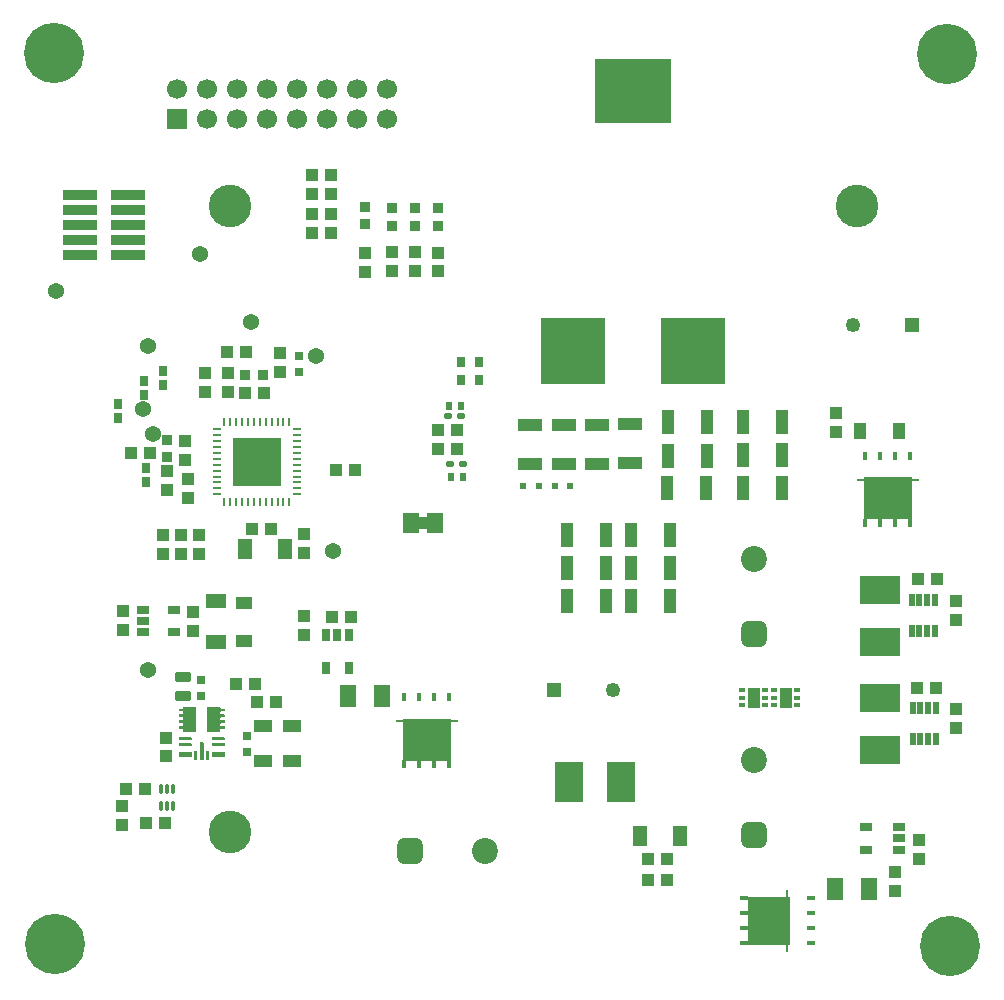
<source format=gts>
G04*
G04 #@! TF.GenerationSoftware,Altium Limited,Altium Designer,23.1.1 (15)*
G04*
G04 Layer_Color=8388736*
%FSLAX44Y44*%
%MOMM*%
G71*
G04*
G04 #@! TF.SameCoordinates,9C76BA79-DA27-457B-B569-9ED225C8ECFE*
G04*
G04*
G04 #@! TF.FilePolarity,Negative*
G04*
G01*
G75*
G04:AMPARAMS|DCode=32|XSize=0.25mm|YSize=0.555mm|CornerRadius=0.05mm|HoleSize=0mm|Usage=FLASHONLY|Rotation=270.000|XOffset=0mm|YOffset=0mm|HoleType=Round|Shape=RoundedRectangle|*
%AMROUNDEDRECTD32*
21,1,0.2500,0.4550,0,0,270.0*
21,1,0.1500,0.5550,0,0,270.0*
1,1,0.1000,-0.2275,-0.0750*
1,1,0.1000,-0.2275,0.0750*
1,1,0.1000,0.2275,0.0750*
1,1,0.1000,0.2275,-0.0750*
%
%ADD32ROUNDEDRECTD32*%
G04:AMPARAMS|DCode=34|XSize=0.25mm|YSize=0.555mm|CornerRadius=0.05mm|HoleSize=0mm|Usage=FLASHONLY|Rotation=180.000|XOffset=0mm|YOffset=0mm|HoleType=Round|Shape=RoundedRectangle|*
%AMROUNDEDRECTD34*
21,1,0.2500,0.4550,0,0,180.0*
21,1,0.1500,0.5550,0,0,180.0*
1,1,0.1000,-0.0750,0.2275*
1,1,0.1000,0.0750,0.2275*
1,1,0.1000,0.0750,-0.2275*
1,1,0.1000,-0.0750,-0.2275*
%
%ADD34ROUNDEDRECTD34*%
G04:AMPARAMS|DCode=41|XSize=1.1mm|YSize=2.05mm|CornerRadius=0.0495mm|HoleSize=0mm|Usage=FLASHONLY|Rotation=270.000|XOffset=0mm|YOffset=0mm|HoleType=Round|Shape=RoundedRectangle|*
%AMROUNDEDRECTD41*
21,1,1.1000,1.9510,0,0,270.0*
21,1,1.0010,2.0500,0,0,270.0*
1,1,0.0990,-0.9755,-0.5005*
1,1,0.0990,-0.9755,0.5005*
1,1,0.0990,0.9755,0.5005*
1,1,0.0990,0.9755,-0.5005*
%
%ADD41ROUNDEDRECTD41*%
G04:AMPARAMS|DCode=42|XSize=1.1mm|YSize=2.05mm|CornerRadius=0.0495mm|HoleSize=0mm|Usage=FLASHONLY|Rotation=0.000|XOffset=0mm|YOffset=0mm|HoleType=Round|Shape=RoundedRectangle|*
%AMROUNDEDRECTD42*
21,1,1.1000,1.9510,0,0,0.0*
21,1,1.0010,2.0500,0,0,0.0*
1,1,0.0990,0.5005,-0.9755*
1,1,0.0990,-0.5005,-0.9755*
1,1,0.0990,-0.5005,0.9755*
1,1,0.0990,0.5005,0.9755*
%
%ADD42ROUNDEDRECTD42*%
G04:AMPARAMS|DCode=43|XSize=0.6mm|YSize=0.24mm|CornerRadius=0.0504mm|HoleSize=0mm|Usage=FLASHONLY|Rotation=90.000|XOffset=0mm|YOffset=0mm|HoleType=Round|Shape=RoundedRectangle|*
%AMROUNDEDRECTD43*
21,1,0.6000,0.1392,0,0,90.0*
21,1,0.4992,0.2400,0,0,90.0*
1,1,0.1008,0.0696,0.2496*
1,1,0.1008,0.0696,-0.2496*
1,1,0.1008,-0.0696,-0.2496*
1,1,0.1008,-0.0696,0.2496*
%
%ADD43ROUNDEDRECTD43*%
G04:AMPARAMS|DCode=44|XSize=0.24mm|YSize=0.6mm|CornerRadius=0.0504mm|HoleSize=0mm|Usage=FLASHONLY|Rotation=90.000|XOffset=0mm|YOffset=0mm|HoleType=Round|Shape=RoundedRectangle|*
%AMROUNDEDRECTD44*
21,1,0.2400,0.4992,0,0,90.0*
21,1,0.1392,0.6000,0,0,90.0*
1,1,0.1008,0.2496,0.0696*
1,1,0.1008,0.2496,-0.0696*
1,1,0.1008,-0.2496,-0.0696*
1,1,0.1008,-0.2496,0.0696*
%
%ADD44ROUNDEDRECTD44*%
G04:AMPARAMS|DCode=46|XSize=2.38mm|YSize=3.45mm|CornerRadius=0.0476mm|HoleSize=0mm|Usage=FLASHONLY|Rotation=0.000|XOffset=0mm|YOffset=0mm|HoleType=Round|Shape=RoundedRectangle|*
%AMROUNDEDRECTD46*
21,1,2.3800,3.3548,0,0,0.0*
21,1,2.2848,3.4500,0,0,0.0*
1,1,0.0952,1.1424,-1.6774*
1,1,0.0952,-1.1424,-1.6774*
1,1,0.0952,-1.1424,1.6774*
1,1,0.0952,1.1424,1.6774*
%
%ADD46ROUNDEDRECTD46*%
G04:AMPARAMS|DCode=47|XSize=2.38mm|YSize=3.45mm|CornerRadius=0.0476mm|HoleSize=0mm|Usage=FLASHONLY|Rotation=270.000|XOffset=0mm|YOffset=0mm|HoleType=Round|Shape=RoundedRectangle|*
%AMROUNDEDRECTD47*
21,1,2.3800,3.3548,0,0,270.0*
21,1,2.2848,3.4500,0,0,270.0*
1,1,0.0952,-1.6774,-1.1424*
1,1,0.0952,-1.6774,1.1424*
1,1,0.0952,1.6774,1.1424*
1,1,0.0952,1.6774,-1.1424*
%
%ADD47ROUNDEDRECTD47*%
G04:AMPARAMS|DCode=48|XSize=1.05mm|YSize=0.45mm|CornerRadius=0.0495mm|HoleSize=0mm|Usage=FLASHONLY|Rotation=90.000|XOffset=0mm|YOffset=0mm|HoleType=Round|Shape=RoundedRectangle|*
%AMROUNDEDRECTD48*
21,1,1.0500,0.3510,0,0,90.0*
21,1,0.9510,0.4500,0,0,90.0*
1,1,0.0990,0.1755,0.4755*
1,1,0.0990,0.1755,-0.4755*
1,1,0.0990,-0.1755,-0.4755*
1,1,0.0990,-0.1755,0.4755*
%
%ADD48ROUNDEDRECTD48*%
G04:AMPARAMS|DCode=57|XSize=0.76mm|YSize=0.41mm|CornerRadius=0.0495mm|HoleSize=0mm|Usage=FLASHONLY|Rotation=270.000|XOffset=0mm|YOffset=0mm|HoleType=Round|Shape=RoundedRectangle|*
%AMROUNDEDRECTD57*
21,1,0.7600,0.3111,0,0,270.0*
21,1,0.6611,0.4100,0,0,270.0*
1,1,0.0989,-0.1556,-0.3306*
1,1,0.0989,-0.1556,0.3306*
1,1,0.0989,0.1556,0.3306*
1,1,0.0989,0.1556,-0.3306*
%
%ADD57ROUNDEDRECTD57*%
G04:AMPARAMS|DCode=58|XSize=0.76mm|YSize=0.41mm|CornerRadius=0.0495mm|HoleSize=0mm|Usage=FLASHONLY|Rotation=180.000|XOffset=0mm|YOffset=0mm|HoleType=Round|Shape=RoundedRectangle|*
%AMROUNDEDRECTD58*
21,1,0.7600,0.3111,0,0,180.0*
21,1,0.6611,0.4100,0,0,180.0*
1,1,0.0989,-0.3306,0.1556*
1,1,0.0989,0.3306,0.1556*
1,1,0.0989,0.3306,-0.1556*
1,1,0.0989,-0.3306,-0.1556*
%
%ADD58ROUNDEDRECTD58*%
G04:AMPARAMS|DCode=59|XSize=0.75mm|YSize=0.9mm|CornerRadius=0.0488mm|HoleSize=0mm|Usage=FLASHONLY|Rotation=180.000|XOffset=0mm|YOffset=0mm|HoleType=Round|Shape=RoundedRectangle|*
%AMROUNDEDRECTD59*
21,1,0.7500,0.8025,0,0,180.0*
21,1,0.6525,0.9000,0,0,180.0*
1,1,0.0975,-0.3263,0.4013*
1,1,0.0975,0.3263,0.4013*
1,1,0.0975,0.3263,-0.4013*
1,1,0.0975,-0.3263,-0.4013*
%
%ADD59ROUNDEDRECTD59*%
G04:AMPARAMS|DCode=60|XSize=0.6mm|YSize=0.5mm|CornerRadius=0.05mm|HoleSize=0mm|Usage=FLASHONLY|Rotation=0.000|XOffset=0mm|YOffset=0mm|HoleType=Round|Shape=RoundedRectangle|*
%AMROUNDEDRECTD60*
21,1,0.6000,0.4000,0,0,0.0*
21,1,0.5000,0.5000,0,0,0.0*
1,1,0.1000,0.2500,-0.2000*
1,1,0.1000,-0.2500,-0.2000*
1,1,0.1000,-0.2500,0.2000*
1,1,0.1000,0.2500,0.2000*
%
%ADD60ROUNDEDRECTD60*%
G04:AMPARAMS|DCode=61|XSize=0.8mm|YSize=0.9mm|CornerRadius=0.052mm|HoleSize=0mm|Usage=FLASHONLY|Rotation=90.000|XOffset=0mm|YOffset=0mm|HoleType=Round|Shape=RoundedRectangle|*
%AMROUNDEDRECTD61*
21,1,0.8000,0.7960,0,0,90.0*
21,1,0.6960,0.9000,0,0,90.0*
1,1,0.1040,0.3980,0.3480*
1,1,0.1040,0.3980,-0.3480*
1,1,0.1040,-0.3980,-0.3480*
1,1,0.1040,-0.3980,0.3480*
%
%ADD61ROUNDEDRECTD61*%
G04:AMPARAMS|DCode=62|XSize=0.8mm|YSize=0.9mm|CornerRadius=0.052mm|HoleSize=0mm|Usage=FLASHONLY|Rotation=0.000|XOffset=0mm|YOffset=0mm|HoleType=Round|Shape=RoundedRectangle|*
%AMROUNDEDRECTD62*
21,1,0.8000,0.7960,0,0,0.0*
21,1,0.6960,0.9000,0,0,0.0*
1,1,0.1040,0.3480,-0.3980*
1,1,0.1040,-0.3480,-0.3980*
1,1,0.1040,-0.3480,0.3980*
1,1,0.1040,0.3480,0.3980*
%
%ADD62ROUNDEDRECTD62*%
G04:AMPARAMS|DCode=63|XSize=0.65mm|YSize=0.7mm|CornerRadius=0.0488mm|HoleSize=0mm|Usage=FLASHONLY|Rotation=90.000|XOffset=0mm|YOffset=0mm|HoleType=Round|Shape=RoundedRectangle|*
%AMROUNDEDRECTD63*
21,1,0.6500,0.6025,0,0,90.0*
21,1,0.5525,0.7000,0,0,90.0*
1,1,0.0975,0.3013,0.2763*
1,1,0.0975,0.3013,-0.2763*
1,1,0.0975,-0.3013,-0.2763*
1,1,0.0975,-0.3013,0.2763*
%
%ADD63ROUNDEDRECTD63*%
G04:AMPARAMS|DCode=64|XSize=0.825mm|YSize=1.325mm|CornerRadius=0.0495mm|HoleSize=0mm|Usage=FLASHONLY|Rotation=90.000|XOffset=0mm|YOffset=0mm|HoleType=Round|Shape=RoundedRectangle|*
%AMROUNDEDRECTD64*
21,1,0.8250,1.2260,0,0,90.0*
21,1,0.7260,1.3250,0,0,90.0*
1,1,0.0990,0.6130,0.3630*
1,1,0.0990,0.6130,-0.3630*
1,1,0.0990,-0.6130,-0.3630*
1,1,0.0990,-0.6130,0.3630*
%
%ADD64ROUNDEDRECTD64*%
G04:AMPARAMS|DCode=65|XSize=1.1mm|YSize=0.6mm|CornerRadius=0.051mm|HoleSize=0mm|Usage=FLASHONLY|Rotation=0.000|XOffset=0mm|YOffset=0mm|HoleType=Round|Shape=RoundedRectangle|*
%AMROUNDEDRECTD65*
21,1,1.1000,0.4980,0,0,0.0*
21,1,0.9980,0.6000,0,0,0.0*
1,1,0.1020,0.4990,-0.2490*
1,1,0.1020,-0.4990,-0.2490*
1,1,0.1020,-0.4990,0.2490*
1,1,0.1020,0.4990,0.2490*
%
%ADD65ROUNDEDRECTD65*%
G04:AMPARAMS|DCode=68|XSize=1mm|YSize=1.6mm|CornerRadius=0.05mm|HoleSize=0mm|Usage=FLASHONLY|Rotation=90.000|XOffset=0mm|YOffset=0mm|HoleType=Round|Shape=RoundedRectangle|*
%AMROUNDEDRECTD68*
21,1,1.0000,1.5000,0,0,90.0*
21,1,0.9000,1.6000,0,0,90.0*
1,1,0.1000,0.7500,0.4500*
1,1,0.1000,0.7500,-0.4500*
1,1,0.1000,-0.7500,-0.4500*
1,1,0.1000,-0.7500,0.4500*
%
%ADD68ROUNDEDRECTD68*%
G04:AMPARAMS|DCode=70|XSize=3.58mm|YSize=4mm|CornerRadius=0.0537mm|HoleSize=0mm|Usage=FLASHONLY|Rotation=270.000|XOffset=0mm|YOffset=0mm|HoleType=Round|Shape=RoundedRectangle|*
%AMROUNDEDRECTD70*
21,1,3.5800,3.8926,0,0,270.0*
21,1,3.4726,4.0000,0,0,270.0*
1,1,0.1074,-1.9463,-1.7363*
1,1,0.1074,-1.9463,1.7363*
1,1,0.1074,1.9463,1.7363*
1,1,0.1074,1.9463,-1.7363*
%
%ADD70ROUNDEDRECTD70*%
G04:AMPARAMS|DCode=71|XSize=3.58mm|YSize=4mm|CornerRadius=0.0537mm|HoleSize=0mm|Usage=FLASHONLY|Rotation=180.000|XOffset=0mm|YOffset=0mm|HoleType=Round|Shape=RoundedRectangle|*
%AMROUNDEDRECTD71*
21,1,3.5800,3.8926,0,0,180.0*
21,1,3.4726,4.0000,0,0,180.0*
1,1,0.1074,-1.7363,1.9463*
1,1,0.1074,1.7363,1.9463*
1,1,0.1074,1.7363,-1.9463*
1,1,0.1074,-1.7363,-1.9463*
%
%ADD71ROUNDEDRECTD71*%
%ADD72R,0.7620X1.0160*%
%ADD73R,0.1800X0.2500*%
%ADD74R,0.2500X0.1800*%
%ADD75R,6.4500X5.3800*%
%ADD76R,5.4300X5.6900*%
%ADD77R,1.0500X1.1000*%
G04:AMPARAMS|DCode=78|XSize=0.4mm|YSize=0.77mm|CornerRadius=0.0995mm|HoleSize=0mm|Usage=FLASHONLY|Rotation=0.000|XOffset=0mm|YOffset=0mm|HoleType=Round|Shape=RoundedRectangle|*
%AMROUNDEDRECTD78*
21,1,0.4000,0.5710,0,0,0.0*
21,1,0.2010,0.7700,0,0,0.0*
1,1,0.1990,0.1005,-0.2855*
1,1,0.1990,-0.1005,-0.2855*
1,1,0.1990,-0.1005,0.2855*
1,1,0.1990,0.1005,0.2855*
%
%ADD78ROUNDEDRECTD78*%
%ADD79R,1.1000X1.0500*%
G04:AMPARAMS|DCode=80|XSize=4.1mm|YSize=4.1mm|CornerRadius=0.041mm|HoleSize=0mm|Usage=FLASHONLY|Rotation=90.000|XOffset=0mm|YOffset=0mm|HoleType=Round|Shape=RoundedRectangle|*
%AMROUNDEDRECTD80*
21,1,4.1000,4.0180,0,0,90.0*
21,1,4.0180,4.1000,0,0,90.0*
1,1,0.0820,2.0090,2.0090*
1,1,0.0820,2.0090,-2.0090*
1,1,0.0820,-2.0090,-2.0090*
1,1,0.0820,-2.0090,2.0090*
%
%ADD80ROUNDEDRECTD80*%
G04:AMPARAMS|DCode=81|XSize=0.4mm|YSize=0.55mm|CornerRadius=0.0995mm|HoleSize=0mm|Usage=FLASHONLY|Rotation=90.000|XOffset=0mm|YOffset=0mm|HoleType=Round|Shape=RoundedRectangle|*
%AMROUNDEDRECTD81*
21,1,0.4000,0.3510,0,0,90.0*
21,1,0.2010,0.5500,0,0,90.0*
1,1,0.1990,0.1755,0.1005*
1,1,0.1990,0.1755,-0.1005*
1,1,0.1990,-0.1755,-0.1005*
1,1,0.1990,-0.1755,0.1005*
%
%ADD81ROUNDEDRECTD81*%
G04:AMPARAMS|DCode=82|XSize=1.1mm|YSize=1.7mm|CornerRadius=0.1mm|HoleSize=0mm|Usage=FLASHONLY|Rotation=0.000|XOffset=0mm|YOffset=0mm|HoleType=Round|Shape=RoundedRectangle|*
%AMROUNDEDRECTD82*
21,1,1.1000,1.5000,0,0,0.0*
21,1,0.9000,1.7000,0,0,0.0*
1,1,0.2000,0.4500,-0.7500*
1,1,0.2000,-0.4500,-0.7500*
1,1,0.2000,-0.4500,0.7500*
1,1,0.2000,0.4500,0.7500*
%
%ADD82ROUNDEDRECTD82*%
G04:AMPARAMS|DCode=83|XSize=0.7mm|YSize=1.1mm|CornerRadius=0.101mm|HoleSize=0mm|Usage=FLASHONLY|Rotation=0.000|XOffset=0mm|YOffset=0mm|HoleType=Round|Shape=RoundedRectangle|*
%AMROUNDEDRECTD83*
21,1,0.7000,0.8980,0,0,0.0*
21,1,0.4980,1.1000,0,0,0.0*
1,1,0.2020,0.2490,-0.4490*
1,1,0.2020,-0.2490,-0.4490*
1,1,0.2020,-0.2490,0.4490*
1,1,0.2020,0.2490,0.4490*
%
%ADD83ROUNDEDRECTD83*%
%ADD84R,0.4810X0.7096*%
%ADD85R,1.2000X1.7000*%
G04:AMPARAMS|DCode=86|XSize=0.7mm|YSize=1.1mm|CornerRadius=0.101mm|HoleSize=0mm|Usage=FLASHONLY|Rotation=270.000|XOffset=0mm|YOffset=0mm|HoleType=Round|Shape=RoundedRectangle|*
%AMROUNDEDRECTD86*
21,1,0.7000,0.8980,0,0,270.0*
21,1,0.4980,1.1000,0,0,270.0*
1,1,0.2020,-0.4490,-0.2490*
1,1,0.2020,-0.4490,0.2490*
1,1,0.2020,0.4490,0.2490*
1,1,0.2020,0.4490,-0.2490*
%
%ADD86ROUNDEDRECTD86*%
%ADD87R,1.4000X1.9500*%
%ADD88R,0.7000X0.9000*%
%ADD89R,2.8900X0.8400*%
%ADD90R,1.3700X1.7002*%
%ADD91R,1.0150X1.3200*%
%ADD92R,1.3200X1.0150*%
%ADD93R,1.7000X1.2000*%
%ADD94R,0.9000X0.9000*%
%ADD95R,1.7000X1.7000*%
%ADD96C,1.7000*%
G04:AMPARAMS|DCode=97|XSize=1.25mm|YSize=1.25mm|CornerRadius=0.05mm|HoleSize=0mm|Usage=FLASHONLY|Rotation=0.000|XOffset=0mm|YOffset=0mm|HoleType=Round|Shape=RoundedRectangle|*
%AMROUNDEDRECTD97*
21,1,1.2500,1.1500,0,0,0.0*
21,1,1.1500,1.2500,0,0,0.0*
1,1,0.1000,0.5750,-0.5750*
1,1,0.1000,-0.5750,-0.5750*
1,1,0.1000,-0.5750,0.5750*
1,1,0.1000,0.5750,0.5750*
%
%ADD97ROUNDEDRECTD97*%
%ADD98C,1.2500*%
G04:AMPARAMS|DCode=99|XSize=2.2mm|YSize=2.2mm|CornerRadius=0.575mm|HoleSize=0mm|Usage=FLASHONLY|Rotation=90.000|XOffset=0mm|YOffset=0mm|HoleType=Round|Shape=RoundedRectangle|*
%AMROUNDEDRECTD99*
21,1,2.2000,1.0500,0,0,90.0*
21,1,1.0500,2.2000,0,0,90.0*
1,1,1.1500,0.5250,0.5250*
1,1,1.1500,0.5250,-0.5250*
1,1,1.1500,-0.5250,-0.5250*
1,1,1.1500,-0.5250,0.5250*
%
%ADD99ROUNDEDRECTD99*%
%ADD100C,2.2000*%
%ADD101C,5.1000*%
G04:AMPARAMS|DCode=102|XSize=2.2mm|YSize=2.2mm|CornerRadius=0.575mm|HoleSize=0mm|Usage=FLASHONLY|Rotation=0.000|XOffset=0mm|YOffset=0mm|HoleType=Round|Shape=RoundedRectangle|*
%AMROUNDEDRECTD102*
21,1,2.2000,1.0500,0,0,0.0*
21,1,1.0500,2.2000,0,0,0.0*
1,1,1.1500,0.5250,-0.5250*
1,1,1.1500,-0.5250,-0.5250*
1,1,1.1500,-0.5250,0.5250*
1,1,1.1500,0.5250,0.5250*
%
%ADD102ROUNDEDRECTD102*%
%ADD103C,0.6080*%
%ADD104C,1.3700*%
%ADD105C,3.6080*%
G36*
X154656Y220998D02*
X154796Y220857D01*
X154872Y220673D01*
X154872Y220574D01*
X154872D01*
X154872Y201074D01*
Y200974D01*
X154796Y200790D01*
X154656Y200650D01*
X154472Y200574D01*
X154372Y200574D01*
X144122Y200574D01*
X144023Y200574D01*
X143839Y200650D01*
X143699Y200790D01*
X143622Y200974D01*
X143622Y201073D01*
Y201073D01*
X143622Y202074D01*
X143613Y202171D01*
X143538Y202351D01*
X143400Y202489D01*
X143220Y202564D01*
X143122Y202574D01*
X143122Y202574D01*
X140372D01*
X140273Y202574D01*
X140089Y202650D01*
X139948Y202790D01*
X139872Y202974D01*
Y203074D01*
Y203074D01*
X139872Y204574D01*
Y204673D01*
X139949Y204857D01*
X140089Y204998D01*
X140273Y205074D01*
X140372D01*
X140372Y205074D01*
X143122Y205074D01*
X143220Y205083D01*
X143400Y205158D01*
X143538Y205296D01*
X143613Y205476D01*
X143622Y205574D01*
X143622Y205574D01*
X143622Y207074D01*
X143613Y207171D01*
X143538Y207351D01*
X143400Y207489D01*
X143220Y207564D01*
X143122Y207574D01*
X143122Y207574D01*
X140372D01*
X140273Y207574D01*
X140089Y207650D01*
X139948Y207790D01*
X139872Y207974D01*
X139872Y208074D01*
X139872Y209574D01*
Y209673D01*
X139948Y209857D01*
X140089Y209998D01*
X140273Y210074D01*
X140372D01*
X140372Y210074D01*
X143122D01*
X143220Y210083D01*
X143400Y210158D01*
X143538Y210296D01*
X143613Y210476D01*
X143622Y210574D01*
X143622Y212074D01*
X143613Y212171D01*
X143538Y212351D01*
X143400Y212489D01*
X143220Y212564D01*
X143122Y212574D01*
X140372D01*
X140273Y212574D01*
X140089Y212650D01*
X139948Y212790D01*
X139872Y212974D01*
X139872Y213074D01*
X139872Y214574D01*
X139872Y214673D01*
X139948Y214857D01*
X140089Y214998D01*
X140273Y215074D01*
X140372Y215074D01*
X140372Y215074D01*
X143122Y215074D01*
X143220Y215083D01*
X143400Y215158D01*
X143538Y215296D01*
X143613Y215476D01*
X143622Y215574D01*
X143622Y215574D01*
X143622Y217074D01*
X143613Y217171D01*
X143538Y217351D01*
X143400Y217489D01*
X143220Y217564D01*
X143122Y217574D01*
X143122Y217574D01*
X140372D01*
X140273Y217574D01*
X140089Y217650D01*
X139948Y217790D01*
X139872Y217974D01*
X139872Y218074D01*
X139872Y219574D01*
Y219673D01*
X139948Y219857D01*
X140089Y219998D01*
X140273Y220074D01*
X140372D01*
X140372Y220074D01*
X143122D01*
X143220Y220083D01*
X143400Y220158D01*
X143538Y220296D01*
X143613Y220476D01*
X143622Y220574D01*
X143622Y220574D01*
Y220673D01*
X143698Y220857D01*
X143839Y220998D01*
X144023Y221074D01*
X144122D01*
X144122Y221074D01*
X154372Y221074D01*
X154472Y221074D01*
X154656Y220998D01*
D02*
G37*
G36*
X174622Y221074D02*
X174722D01*
X174905Y220998D01*
X175046Y220857D01*
X175122Y220673D01*
X175122Y220574D01*
Y220574D01*
X175132Y220476D01*
X175207Y220296D01*
X175345Y220158D01*
X175525Y220083D01*
X175622Y220074D01*
X178372D01*
X178372Y220074D01*
X178472Y220074D01*
X178655Y219998D01*
X178796Y219857D01*
X178872Y219673D01*
X178872Y219574D01*
X178872Y218074D01*
X178872D01*
X178872Y217974D01*
X178796Y217790D01*
X178655Y217650D01*
X178472Y217574D01*
X178372Y217574D01*
X175622D01*
Y217574D01*
X175525Y217564D01*
X175345Y217489D01*
X175207Y217351D01*
X175132Y217171D01*
X175122Y217074D01*
Y215574D01*
Y215574D01*
X175132Y215476D01*
X175207Y215296D01*
X175345Y215158D01*
X175525Y215083D01*
X175622Y215074D01*
X178372D01*
Y215074D01*
X178472Y215074D01*
X178655Y214998D01*
X178796Y214857D01*
X178872Y214673D01*
X178872Y214574D01*
X178872Y213074D01*
X178872D01*
X178872Y212974D01*
X178796Y212790D01*
X178655Y212650D01*
X178472Y212574D01*
X178372Y212574D01*
X175622D01*
X175525Y212564D01*
X175345Y212489D01*
X175207Y212351D01*
X175132Y212171D01*
X175122Y212074D01*
Y210574D01*
X175132Y210476D01*
X175207Y210296D01*
X175345Y210158D01*
X175525Y210083D01*
X175622Y210074D01*
X178372Y210074D01*
X178372Y210074D01*
X178472Y210074D01*
X178655Y209998D01*
X178796Y209857D01*
X178872Y209673D01*
X178872Y209574D01*
X178872Y208074D01*
X178872D01*
X178872Y207974D01*
X178796Y207790D01*
X178655Y207650D01*
X178472Y207574D01*
X178372Y207574D01*
X175622D01*
Y207574D01*
X175525Y207564D01*
X175345Y207489D01*
X175207Y207351D01*
X175132Y207171D01*
X175122Y207074D01*
X175122Y205574D01*
X175132Y205476D01*
X175207Y205296D01*
X175345Y205158D01*
X175525Y205083D01*
X175622Y205074D01*
X178372Y205074D01*
X178372Y205074D01*
X178472D01*
X178655Y204998D01*
X178796Y204857D01*
X178872Y204673D01*
Y204574D01*
X178872Y203074D01*
X178872D01*
Y202974D01*
X178796Y202790D01*
X178655Y202650D01*
X178472Y202574D01*
X178372Y202574D01*
X175622Y202574D01*
Y202574D01*
X175525Y202564D01*
X175345Y202489D01*
X175207Y202351D01*
X175132Y202171D01*
X175122Y202074D01*
X175122Y201073D01*
X175122Y201073D01*
X175122Y200974D01*
X175046Y200790D01*
X174905Y200650D01*
X174722Y200574D01*
X174622D01*
X164372Y200574D01*
X164273Y200574D01*
X164089Y200650D01*
X163948Y200790D01*
X163872Y200974D01*
Y201074D01*
X163872Y220574D01*
X163872D01*
X163872Y220673D01*
X163948Y220857D01*
X164089Y220998D01*
X164273Y221074D01*
X164372D01*
X174622Y221074D01*
Y221074D01*
D02*
G37*
G36*
X178655Y195497D02*
X178796Y195357D01*
X178872Y195173D01*
Y195074D01*
Y193574D01*
Y193474D01*
X178796Y193290D01*
X178655Y193150D01*
X178472Y193074D01*
X168273D01*
X168089Y193150D01*
X167948Y193290D01*
X167872Y193474D01*
Y193574D01*
X167872D01*
Y195074D01*
Y195173D01*
X167948Y195357D01*
X168089Y195497D01*
X168273Y195574D01*
X178472D01*
X178655Y195497D01*
D02*
G37*
G36*
X150655D02*
X150796Y195357D01*
X150872Y195173D01*
Y195074D01*
X150872Y193574D01*
Y193474D01*
X150796Y193290D01*
X150655Y193150D01*
X150472Y193074D01*
X140273D01*
X140089Y193150D01*
X139948Y193290D01*
X139872Y193474D01*
Y193574D01*
Y195074D01*
Y195173D01*
X139948Y195357D01*
X140089Y195497D01*
X140273Y195574D01*
X150472D01*
X150655Y195497D01*
D02*
G37*
G36*
X178655Y190497D02*
X178796Y190357D01*
X178872Y190173D01*
Y190074D01*
X178872D01*
X178872Y188574D01*
Y188474D01*
X178796Y188290D01*
X178655Y188150D01*
X178472Y188074D01*
X178372D01*
Y188074D01*
X168372Y188074D01*
X168273D01*
X168089Y188150D01*
X167948Y188290D01*
X167872Y188474D01*
Y188574D01*
Y190074D01*
Y190173D01*
X167948Y190357D01*
X168089Y190497D01*
X168273Y190574D01*
X178472D01*
X178655Y190497D01*
D02*
G37*
G36*
X150655D02*
X150796Y190357D01*
X150872Y190173D01*
Y190074D01*
Y188574D01*
Y188474D01*
X150796Y188290D01*
X150655Y188150D01*
X150472Y188074D01*
X150372D01*
Y188074D01*
X140372Y188074D01*
X140273D01*
X140089Y188150D01*
X139948Y188290D01*
X139872Y188474D01*
Y188574D01*
X139872D01*
X139872Y190074D01*
Y190173D01*
X139948Y190357D01*
X140089Y190497D01*
X140273Y190574D01*
X150472D01*
X150655Y190497D01*
D02*
G37*
G36*
X178655Y183002D02*
X178796Y182862D01*
X178872Y182678D01*
Y182579D01*
X178872D01*
X178872Y179829D01*
Y179729D01*
X178796Y179545D01*
X178655Y179405D01*
X178472Y179329D01*
X168273D01*
X168089Y179405D01*
X167948Y179545D01*
X167872Y179729D01*
Y179829D01*
Y182579D01*
Y182678D01*
X167948Y182862D01*
X168089Y183002D01*
X168273Y183079D01*
X178472D01*
X178655Y183002D01*
D02*
G37*
G36*
X150655D02*
X150796Y182862D01*
X150872Y182678D01*
Y182579D01*
Y179829D01*
Y179729D01*
X150796Y179545D01*
X150655Y179405D01*
X150472Y179329D01*
X140273D01*
X140089Y179405D01*
X139948Y179545D01*
X139872Y179729D01*
Y179829D01*
X139872D01*
X139872Y182579D01*
Y182678D01*
X139948Y182862D01*
X140089Y183002D01*
X140273Y183079D01*
X150472D01*
X150655Y183002D01*
D02*
G37*
G36*
X160655Y191502D02*
X160796Y191362D01*
X160872Y191178D01*
Y191079D01*
Y176829D01*
Y176729D01*
X160796Y176545D01*
X160655Y176405D01*
X160472Y176329D01*
X158273D01*
X158089Y176405D01*
X157948Y176545D01*
X157872Y176729D01*
Y176829D01*
Y191079D01*
Y191178D01*
X157948Y191362D01*
X158089Y191502D01*
X158273Y191579D01*
X160472D01*
X160655Y191502D01*
D02*
G37*
G36*
X155406Y184247D02*
X155546Y184107D01*
X155622Y183923D01*
Y183824D01*
Y176824D01*
Y176724D01*
X155546Y176540D01*
X155406Y176400D01*
X155222Y176324D01*
X153523D01*
X153339Y176400D01*
X153198Y176540D01*
X153122Y176724D01*
Y176824D01*
Y183824D01*
X153122Y183923D01*
X153198Y184107D01*
X153339Y184247D01*
X153523Y184324D01*
X155222D01*
X155406Y184247D01*
D02*
G37*
G36*
X165406D02*
X165546Y184107D01*
X165622Y183923D01*
Y183824D01*
Y176824D01*
Y176724D01*
X165546Y176540D01*
X165406Y176400D01*
X165222Y176324D01*
X165122D01*
Y176324D01*
X163622Y176324D01*
X163523D01*
X163339Y176400D01*
X163198Y176540D01*
X163122Y176724D01*
Y176824D01*
Y183824D01*
Y183923D01*
X163198Y184107D01*
X163339Y184247D01*
X163523Y184324D01*
X165222D01*
X165406Y184247D01*
D02*
G37*
%LPC*%
G36*
X154372Y200574D02*
X154372D01*
D01*
X154372D01*
D02*
G37*
%LPD*%
D32*
X763723Y413802D02*
D03*
X716273D02*
D03*
X373716Y209628D02*
D03*
X326265D02*
D03*
D34*
X655051Y64268D02*
D03*
Y16818D02*
D03*
D41*
X522007Y427763D02*
D03*
Y460763D02*
D03*
X436954Y427489D02*
D03*
Y460489D02*
D03*
X494207Y427489D02*
D03*
Y460489D02*
D03*
X465771D02*
D03*
Y427489D02*
D03*
D42*
X501477Y310699D02*
D03*
X468477D02*
D03*
X650412Y434659D02*
D03*
X617412D02*
D03*
X650412Y463007D02*
D03*
X617412D02*
D03*
X650412Y407033D02*
D03*
X617412D02*
D03*
X553938Y462572D02*
D03*
X586938D02*
D03*
X553938Y434291D02*
D03*
X586938D02*
D03*
X553449Y406986D02*
D03*
X586449D02*
D03*
X556007Y367078D02*
D03*
X523007D02*
D03*
X468477Y366824D02*
D03*
X501477D02*
D03*
X523007Y338930D02*
D03*
X556007D02*
D03*
X468477Y338677D02*
D03*
X501478D02*
D03*
X523007Y310699D02*
D03*
X556007D02*
D03*
D43*
X178528Y394971D02*
D03*
X183528D02*
D03*
X188528D02*
D03*
X193528D02*
D03*
X198528D02*
D03*
X203528D02*
D03*
X208528D02*
D03*
X213528D02*
D03*
X218528D02*
D03*
X223528D02*
D03*
X228528D02*
D03*
X233528D02*
D03*
Y462970D02*
D03*
X228528D02*
D03*
X223528D02*
D03*
X218528D02*
D03*
X213528D02*
D03*
X208528D02*
D03*
X203528D02*
D03*
X198528D02*
D03*
X193528D02*
D03*
X188528D02*
D03*
X183528D02*
D03*
X178528D02*
D03*
D44*
X240028Y401470D02*
D03*
Y406471D02*
D03*
Y411470D02*
D03*
Y416471D02*
D03*
Y421470D02*
D03*
Y426471D02*
D03*
Y431471D02*
D03*
Y436471D02*
D03*
Y441471D02*
D03*
Y446471D02*
D03*
Y451471D02*
D03*
Y456471D02*
D03*
X172028D02*
D03*
Y451471D02*
D03*
Y446471D02*
D03*
Y441471D02*
D03*
Y436471D02*
D03*
Y431471D02*
D03*
Y426471D02*
D03*
Y421470D02*
D03*
Y416471D02*
D03*
Y411470D02*
D03*
Y406471D02*
D03*
Y401470D02*
D03*
D46*
X514327Y158066D02*
D03*
X470127D02*
D03*
D47*
X733312Y276283D02*
D03*
Y320483D02*
D03*
Y229351D02*
D03*
Y185151D02*
D03*
D48*
X760492Y311812D02*
D03*
X766992D02*
D03*
X773492D02*
D03*
X779991D02*
D03*
Y285812D02*
D03*
X773492D02*
D03*
X766992D02*
D03*
X760492D02*
D03*
X761356Y220522D02*
D03*
X767855D02*
D03*
X774356D02*
D03*
X780856D02*
D03*
Y194522D02*
D03*
X774356D02*
D03*
X767855D02*
D03*
X761356D02*
D03*
D57*
X759048Y433702D02*
D03*
X746348D02*
D03*
X733648D02*
D03*
X759048Y377302D02*
D03*
X746348D02*
D03*
X733648D02*
D03*
X720948D02*
D03*
Y433702D02*
D03*
X369041Y173128D02*
D03*
X356341D02*
D03*
X343641D02*
D03*
X330941D02*
D03*
Y229528D02*
D03*
X369041D02*
D03*
X356341D02*
D03*
X343641D02*
D03*
D58*
X674951Y59593D02*
D03*
X618550D02*
D03*
Y46893D02*
D03*
Y34193D02*
D03*
Y21493D02*
D03*
X674951Y46893D02*
D03*
Y34193D02*
D03*
Y21493D02*
D03*
D59*
X394491Y513164D02*
D03*
X378992D02*
D03*
Y497817D02*
D03*
X394491D02*
D03*
D60*
X367788Y467892D02*
D03*
X378788D02*
D03*
X369562Y426927D02*
D03*
X380562D02*
D03*
D61*
X130129Y432830D02*
D03*
Y447830D02*
D03*
D62*
X196247Y502554D02*
D03*
X211248D02*
D03*
D63*
X241694Y505194D02*
D03*
Y518694D02*
D03*
X197264Y196932D02*
D03*
Y183432D02*
D03*
X159122Y244059D02*
D03*
Y230558D02*
D03*
D64*
X143521Y246732D02*
D03*
Y230732D02*
D03*
D65*
X110027Y303774D02*
D03*
Y294274D02*
D03*
Y284774D02*
D03*
X136026D02*
D03*
Y303774D02*
D03*
D68*
X235860Y175274D02*
D03*
Y205274D02*
D03*
X211378Y175528D02*
D03*
Y205528D02*
D03*
D70*
X739998Y398002D02*
D03*
X349991Y193828D02*
D03*
D71*
X639250Y40543D02*
D03*
D72*
X347015Y376784D02*
D03*
D73*
X719302Y413799D02*
D03*
X760702D02*
D03*
X329291Y209628D02*
D03*
X370691D02*
D03*
D74*
X655049Y19836D02*
D03*
Y61236D02*
D03*
D75*
X524764Y743104D02*
D03*
D76*
X575514Y522354D02*
D03*
X474014D02*
D03*
D77*
X91643Y121220D02*
D03*
Y137220D02*
D03*
X246036Y298329D02*
D03*
Y282329D02*
D03*
X766235Y108632D02*
D03*
Y92632D02*
D03*
X746176Y65271D02*
D03*
Y81271D02*
D03*
X797607Y311028D02*
D03*
Y295028D02*
D03*
X797909Y219522D02*
D03*
Y203522D02*
D03*
X252543Y671611D02*
D03*
Y655611D02*
D03*
X252389Y639023D02*
D03*
Y623023D02*
D03*
X268825Y639023D02*
D03*
Y623023D02*
D03*
Y671611D02*
D03*
Y655611D02*
D03*
X696722Y453921D02*
D03*
Y469921D02*
D03*
X297550Y605998D02*
D03*
Y589998D02*
D03*
X320681Y590346D02*
D03*
Y606346D02*
D03*
X339766Y590392D02*
D03*
Y606392D02*
D03*
X359500Y590147D02*
D03*
Y606147D02*
D03*
X142171Y367203D02*
D03*
Y351203D02*
D03*
X156881Y367203D02*
D03*
Y351203D02*
D03*
X181441Y504225D02*
D03*
Y488225D02*
D03*
X162267Y504226D02*
D03*
Y488225D02*
D03*
X126220Y366953D02*
D03*
Y350953D02*
D03*
X129601Y421027D02*
D03*
Y405027D02*
D03*
X145462Y430171D02*
D03*
Y446171D02*
D03*
X147658Y398292D02*
D03*
Y414291D02*
D03*
X225637Y505183D02*
D03*
Y521183D02*
D03*
X246022Y368039D02*
D03*
Y352038D02*
D03*
X129326Y195506D02*
D03*
Y179506D02*
D03*
X92610Y286774D02*
D03*
Y302774D02*
D03*
X152292Y285959D02*
D03*
Y301959D02*
D03*
D78*
X129692Y137204D02*
D03*
X134692Y152004D02*
D03*
X129692D02*
D03*
X124692D02*
D03*
Y137204D02*
D03*
X134692D02*
D03*
D79*
X111123Y151854D02*
D03*
X95123D02*
D03*
X128557Y122787D02*
D03*
X112557D02*
D03*
X553265Y74695D02*
D03*
X537265D02*
D03*
X537265Y92266D02*
D03*
X553265D02*
D03*
X269997Y297254D02*
D03*
X285997D02*
D03*
X781709Y329421D02*
D03*
X765709D02*
D03*
X780633Y237070D02*
D03*
X764633D02*
D03*
X359070Y455872D02*
D03*
X375070D02*
D03*
X359070Y439622D02*
D03*
X375070D02*
D03*
X188486Y241068D02*
D03*
X204486D02*
D03*
X222078Y225694D02*
D03*
X206078D02*
D03*
X195687Y487108D02*
D03*
X211687D02*
D03*
X115704Y436471D02*
D03*
X99704D02*
D03*
X202188Y372255D02*
D03*
X218188D02*
D03*
X180957Y521872D02*
D03*
X196957D02*
D03*
X272781Y421957D02*
D03*
X288781D02*
D03*
D80*
X206028Y428970D02*
D03*
D81*
X644049Y235851D02*
D03*
Y229351D02*
D03*
Y222851D02*
D03*
X663549Y235851D02*
D03*
Y229351D02*
D03*
Y222851D02*
D03*
X616962D02*
D03*
Y229351D02*
D03*
Y235851D02*
D03*
X636461D02*
D03*
Y229351D02*
D03*
Y222851D02*
D03*
D82*
X653799Y229351D02*
D03*
X626712D02*
D03*
D83*
X274279Y282199D02*
D03*
X264779Y254699D02*
D03*
X283779D02*
D03*
X264779Y282199D02*
D03*
X283779D02*
D03*
D84*
X368284Y476171D02*
D03*
X378443D02*
D03*
X370204Y416406D02*
D03*
X380364D02*
D03*
D85*
X530029Y112163D02*
D03*
X564029D02*
D03*
X195612Y355203D02*
D03*
X229612D02*
D03*
D86*
X749527Y110132D02*
D03*
X722027Y119632D02*
D03*
Y100632D02*
D03*
X749527Y119632D02*
D03*
Y100632D02*
D03*
D87*
X724601Y67418D02*
D03*
X695601D02*
D03*
X283166Y230294D02*
D03*
X312165D02*
D03*
D88*
X88801Y466156D02*
D03*
Y478156D02*
D03*
X126951Y494051D02*
D03*
Y506051D02*
D03*
X112030Y423464D02*
D03*
Y411464D02*
D03*
X110446Y497476D02*
D03*
Y485476D02*
D03*
D89*
X56154Y654785D02*
D03*
X96854D02*
D03*
X56154Y642085D02*
D03*
Y629385D02*
D03*
Y616685D02*
D03*
Y603985D02*
D03*
X96854Y642085D02*
D03*
Y629385D02*
D03*
Y616685D02*
D03*
Y603985D02*
D03*
D90*
X336856Y376788D02*
D03*
X357176D02*
D03*
D91*
X716805Y454971D02*
D03*
X749555D02*
D03*
D92*
X194729Y276951D02*
D03*
Y309701D02*
D03*
D93*
X171143Y310692D02*
D03*
Y276693D02*
D03*
D94*
X297550Y645068D02*
D03*
Y630067D02*
D03*
X339766Y628893D02*
D03*
Y643892D02*
D03*
X320681Y628860D02*
D03*
Y643860D02*
D03*
X359500Y628647D02*
D03*
Y643647D02*
D03*
D95*
X138337Y718971D02*
D03*
D96*
Y744371D02*
D03*
X163737Y718971D02*
D03*
X189137D02*
D03*
X214537D02*
D03*
X239937D02*
D03*
X265337D02*
D03*
X290737D02*
D03*
X316137D02*
D03*
X163737Y744371D02*
D03*
X189137D02*
D03*
X214537D02*
D03*
X239937D02*
D03*
X265337D02*
D03*
X290737D02*
D03*
X316137D02*
D03*
D97*
X457739Y235799D02*
D03*
X760653Y544533D02*
D03*
D98*
X507739Y235799D02*
D03*
X710653Y544533D02*
D03*
D99*
X626699Y283356D02*
D03*
X626986Y112783D02*
D03*
D100*
X626699Y346856D02*
D03*
X626986Y176283D02*
D03*
X399360Y99533D02*
D03*
D101*
X34798Y20828D02*
D03*
X793158Y18958D02*
D03*
X34290Y774700D02*
D03*
X790702Y774446D02*
D03*
D102*
X335860Y99533D02*
D03*
D103*
X471486Y408652D02*
D03*
X458150Y408321D02*
D03*
X445179Y408494D02*
D03*
X431669Y408652D02*
D03*
D104*
X157646Y604522D02*
D03*
X113760Y252348D02*
D03*
X255809Y518694D02*
D03*
X109979Y473752D02*
D03*
X118378Y452124D02*
D03*
X113760Y527148D02*
D03*
X201037Y547622D02*
D03*
X270787Y353703D02*
D03*
X35963Y573387D02*
D03*
D105*
X714340Y645920D02*
D03*
X183640D02*
D03*
Y115920D02*
D03*
M02*

</source>
